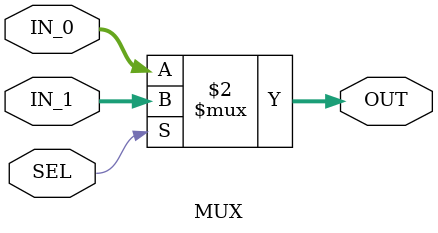
<source format=v>
/*
 
 Module Name: MUX
 
 Functionality:
 - This block Passes One Of The Inputs (IN_0, IN_1) To The Output Port (OUT), To
 Be Used In The Datapath
 
 Inputs:
 1) IN_0         Parameterized
 2) IN_1         Parameterized
 3) SEL          (Single Bit)
 
 Outputs:
 1) OUT          Parameterized
 
 */

module MUX #(parameter MUX_UNIT_WIDTH = 32)

            (input wire [MUX_UNIT_WIDTH-1:0] IN_0,
             input wire [MUX_UNIT_WIDTH-1:0] IN_1,
             input wire SEL,
             
             output wire [MUX_UNIT_WIDTH-1:0] OUT);
    
    assign OUT = (SEL == 0)? IN_0 : IN_1;
    
endmodule

</source>
